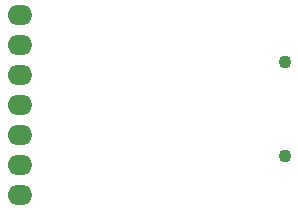
<source format=gbs>
G04*
G04 #@! TF.GenerationSoftware,Altium Limited,Altium Designer,22.3.1 (43)*
G04*
G04 Layer_Color=16711935*
%FSLAX25Y25*%
%MOIN*%
G70*
G04*
G04 #@! TF.SameCoordinates,B0CD7CAE-3E36-43F7-B439-C09FFECED3EA*
G04*
G04*
G04 #@! TF.FilePolarity,Negative*
G04*
G01*
G75*
%ADD25C,0.04331*%
%ADD26O,0.08268X0.06693*%
D25*
X104232Y38878D02*
D03*
Y70374D02*
D03*
D26*
X15842Y85905D02*
D03*
Y25905D02*
D03*
Y35906D02*
D03*
Y45906D02*
D03*
Y55905D02*
D03*
Y65905D02*
D03*
Y75906D02*
D03*
M02*

</source>
